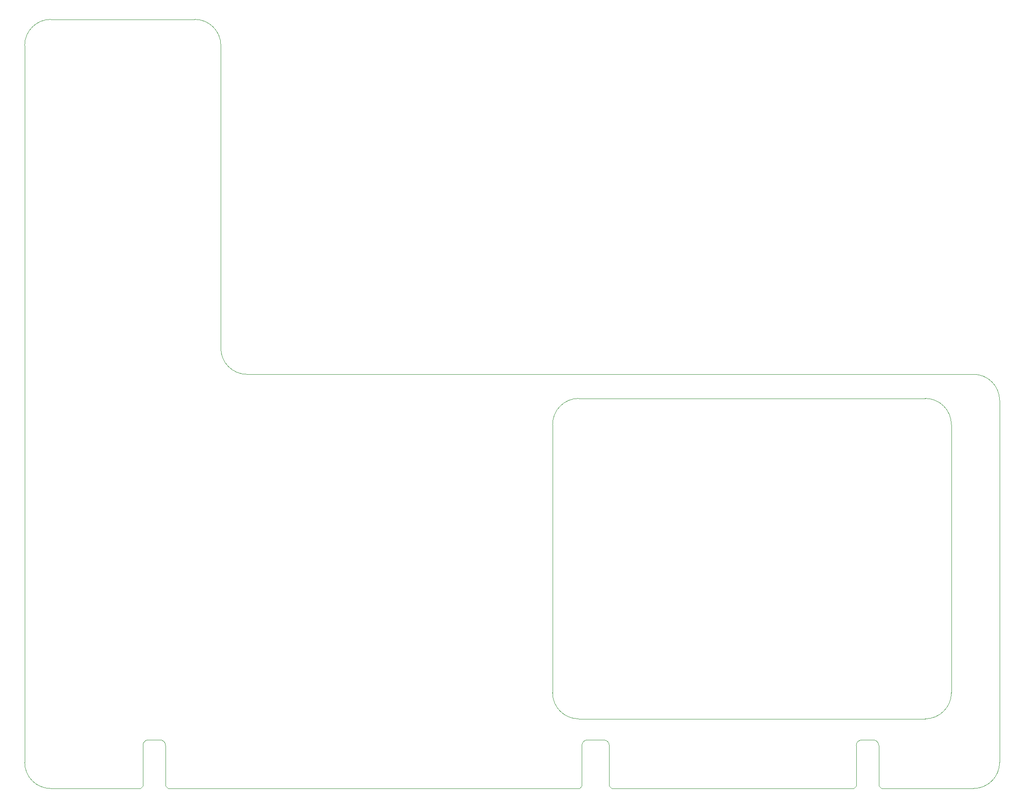
<source format=gm1>
%TF.GenerationSoftware,KiCad,Pcbnew,7.0.5*%
%TF.CreationDate,2024-02-24T16:46:43+02:00*%
%TF.ProjectId,VIA Board,56494120-426f-4617-9264-2e6b69636164,rev?*%
%TF.SameCoordinates,PX1d11680PY1d11680*%
%TF.FileFunction,Profile,NP*%
%FSLAX46Y46*%
G04 Gerber Fmt 4.6, Leading zero omitted, Abs format (unit mm)*
G04 Created by KiCad (PCBNEW 7.0.5) date 2024-02-24 16:46:43*
%MOMM*%
%LPD*%
G01*
G04 APERTURE LIST*
%TA.AperFunction,Profile*%
%ADD10C,0.100000*%
%TD*%
G04 APERTURE END LIST*
D10*
X174752000Y-125476000D02*
X174752000Y-73152000D01*
X97028000Y-125476000D02*
X97028000Y-73152000D01*
X184150000Y-139065001D02*
X184150000Y-68453000D01*
X169672000Y-130556000D02*
X102108000Y-130556000D01*
X27305000Y5842000D02*
X-770000Y5842000D01*
X169663999Y-68072000D02*
X102116001Y-68072000D01*
X102116001Y-68072001D02*
G75*
G03*
X97036001Y-73152000I-1J-5079999D01*
G01*
X32385000Y-58293000D02*
G75*
G03*
X37465000Y-63373000I5080000J0D01*
G01*
X-5842000Y-139065000D02*
X-5850000Y762000D01*
X184150000Y-68453000D02*
G75*
G03*
X179070000Y-63373000I-5080000J0D01*
G01*
X16713200Y-144145000D02*
X-762000Y-144145000D01*
X179070000Y-63373000D02*
X37465000Y-63373000D01*
X169672000Y-130556000D02*
G75*
G03*
X174752000Y-125476000I0J5080000D01*
G01*
X179078001Y-144137000D02*
X161099296Y-144145000D01*
X-770000Y5842000D02*
G75*
G03*
X-5850000Y762000I0J-5080000D01*
G01*
X32385000Y762000D02*
G75*
G03*
X27305000Y5842000I-5080000J0D01*
G01*
X97028000Y-125476000D02*
G75*
G03*
X102108000Y-130556000I5080000J0D01*
G01*
X179078001Y-144137000D02*
G75*
G03*
X184150000Y-139065001I-1J5072000D01*
G01*
X-5842000Y-139065000D02*
G75*
G03*
X-762000Y-144145000I5080000J0D01*
G01*
X174744000Y-73152000D02*
G75*
G03*
X169663999Y-68072000I-5080000J0D01*
G01*
X32385000Y762000D02*
X32385000Y-58293000D01*
%TO.C,J5*%
X17213200Y-135732000D02*
X17213200Y-143645000D01*
X17213200Y-143645000D02*
X16713200Y-144145000D01*
X20523200Y-134665201D02*
X18290248Y-134665201D01*
X21600248Y-135732000D02*
X21600248Y-143645000D01*
X21600248Y-143645000D02*
X22100248Y-144145000D01*
X102253248Y-144145000D02*
X22100248Y-144145000D01*
X102753248Y-135745000D02*
X102753248Y-143645000D01*
X102753248Y-143645000D02*
X102253248Y-144145000D01*
X103830296Y-134678201D02*
X107010200Y-134678201D01*
X108087248Y-135745000D02*
X108087248Y-143645000D01*
X108087248Y-143645000D02*
X108587248Y-144145000D01*
X155712248Y-144145000D02*
X108587248Y-144145000D01*
X156212248Y-135745000D02*
X156212248Y-143645000D01*
X156212248Y-143645000D02*
X155712248Y-144145000D01*
X157289296Y-134678201D02*
X159522248Y-134678201D01*
X160599296Y-135745000D02*
X160599296Y-143645000D01*
X160599296Y-143645000D02*
X161099296Y-144145000D01*
X18290248Y-134665201D02*
G75*
G03*
X17213200Y-135732000I-5116J-1071932D01*
G01*
X21600249Y-135732000D02*
G75*
G03*
X20523200Y-134665201I-1071919J-5120D01*
G01*
X103830296Y-134678249D02*
G75*
G03*
X102753248Y-135745000I-5196J-1071851D01*
G01*
X108087298Y-135745000D02*
G75*
G03*
X107010200Y-134678201I-1071998J-5200D01*
G01*
X157289296Y-134678249D02*
G75*
G03*
X156212248Y-135745000I-5196J-1071851D01*
G01*
X160599299Y-135745000D02*
G75*
G03*
X159522248Y-134678201I-1071899J-5100D01*
G01*
%TD*%
M02*

</source>
